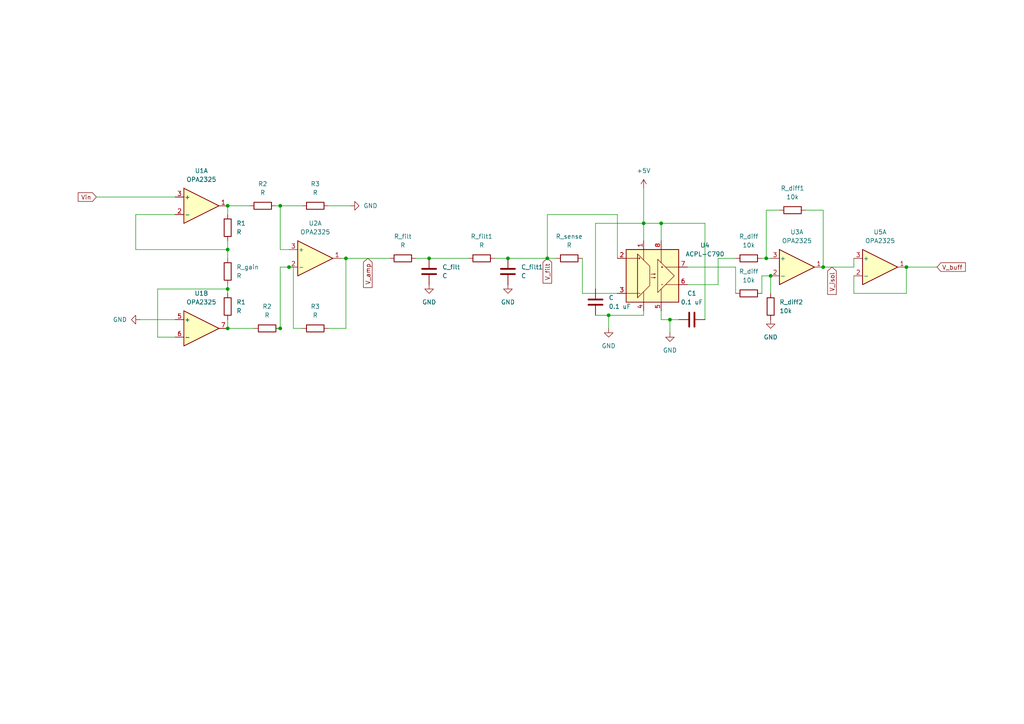
<source format=kicad_sch>
(kicad_sch (version 20231120) (generator "eeschema") (generator_version "8.0")
  (paper "A4")
  (lib_symbols
    (symbol "Amplifier_Operational:OPA2325" (pin_names (offset 0.127))
      (property "Reference" "U" (at 0 5.08 0))
      (property "Value" "OPA2325" (at -1.27 -5.08 0))
      (symbol "OPA2325_1_1"
        (polyline (pts (xy -5.08 5.08) (xy 5.08 0) (xy -5.08 -5.08) (xy -5.08 5.08)) (stroke (width 0.254)) (fill (type background)))
        (pin output line (at 7.62 0 180) (length 2.54) (name "~") (number "1"))
        (pin input line (at -7.62 -2.54 0) (length 2.54) (name "-") (number "2"))
        (pin input line (at -7.62 2.54 0) (length 2.54) (name "+") (number "3"))
      )
      (symbol "OPA2325_2_1"
        (polyline (pts (xy -5.08 5.08) (xy 5.08 0) (xy -5.08 -5.08) (xy -5.08 5.08)) (stroke (width 0.254)) (fill (type background)))
        (pin input line (at -7.62 2.54 0) (length 2.54) (name "+") (number "5"))
        (pin input line (at -7.62 -2.54 0) (length 2.54) (name "-") (number "6"))
        (pin output line (at 7.62 0 180) (length 2.54) (name "~") (number "7"))
      )
      (symbol "OPA2325_3_1"
        (pin power_in line (at -2.54 -7.62 90) (length 3.81) (name "V-") (number "4"))
        (pin power_in line (at -2.54 7.62 270) (length 3.81) (name "V+") (number "8"))
      )
    )
    (symbol "Device:C" (pin_numbers hide) (pin_names (offset 0.254))
      (property "Reference" "C" (at 0.635 2.54 0))
      (property "Value" "C" (at 0.635 -2.54 0))
      (symbol "C_0_1"
        (polyline (pts (xy -2.032 -0.762) (xy 2.032 -0.762)) (stroke (width 0.508)))
        (polyline (pts (xy -2.032 0.762) (xy 2.032 0.762)) (stroke (width 0.508)))
      )
      (symbol "C_1_1"
        (pin passive line (at 0 3.81 270) (length 2.794) (name "~") (number "1"))
        (pin passive line (at 0 -3.81 90) (length 2.794) (name "~") (number "2"))
      )
    )
    (symbol "Device:R" (pin_numbers hide) (pin_names (offset 0))
      (property "Reference" "R" (at 2.032 0 90))
      (property "Value" "R" (at 0 0 90))
      (symbol "R_0_1"
        (rectangle (start -1.016 -2.54) (end 1.016 2.54) (stroke (width 0.254)))
      )
      (symbol "R_1_1"
        (pin passive line (at 0 3.81 270) (length 1.27) (name "~") (number "1"))
        (pin passive line (at 0 -3.81 90) (length 1.27) (name "~") (number "2"))
      )
    )
    (symbol "Isolator_Analog:ACPL-C790" (pin_names (offset 0) hide)
      (property "Reference" "U" (at -5.08 10.795 0))
      (property "Value" "ACPL-C790" (at -5.08 8.89 0))
      (symbol "ACPL-C790_0_1"
        (rectangle (start -7.62 7.62) (end 7.62 -7.62) (stroke (width 0.254)) (fill (type background)))
        (polyline (pts (xy -7.62 -5.08) (xy -4.318 -5.08)))
        (polyline (pts (xy -7.62 5.08) (xy -4.318 5.08)))
        (polyline (pts (xy -4.318 6.35) (xy -4.318 -6.35)))
        (polyline (pts (xy -4.064 -5.08) (xy -3.556 -5.08)))
        (polyline (pts (xy -4.064 5.08) (xy -3.556 5.08)))
        (polyline (pts (xy -3.81 5.334) (xy -3.81 4.826)))
        (polyline (pts (xy -2.54 -7.62) (xy -2.54 -4.572)))
        (polyline (pts (xy -2.54 7.62) (xy -2.54 4.572)))
        (polyline (pts (xy 2.54 -7.62) (xy 2.54 -3.81)))
        (polyline (pts (xy 2.54 7.62) (xy 2.54 3.81)))
        (polyline (pts (xy 2.794 2.794) (xy 2.794 2.286)))
        (polyline (pts (xy 3.048 -2.54) (xy 2.54 -2.54)))
        (polyline (pts (xy 3.048 2.54) (xy 2.54 2.54)))
        (polyline (pts (xy 7.62 -2.54) (xy 3.81 -2.54)))
        (polyline (pts (xy 7.62 2.54) (xy 3.81 2.54)))
        (polyline (pts (xy 6.35 0) (xy 1.524 -4.826) (xy 1.524 4.826) (xy 6.35 0)))
        (polyline (pts (xy -4.318 -6.35) (xy -0.762 -2.794) (xy -0.762 2.794) (xy -4.318 6.35) (xy -4.318 -6.35)))
        (polyline (pts (xy -0.381 -0.508) (xy 0.889 -0.508) (xy 0.508 -0.635) (xy 0.508 -0.381) (xy 0.889 -0.508)))
        (polyline (pts (xy -0.381 0.508) (xy 0.889 0.508) (xy 0.508 0.381) (xy 0.508 0.635) (xy 0.889 0.508)))
      )
      (symbol "ACPL-C790_1_1"
        (pin power_in line (at -2.54 10.16 270) (length 2.54) (name "VDD1") (number "1"))
        (pin input line (at -10.16 5.08 0) (length 2.54) (name "IN+") (number "2"))
        (pin input line (at -10.16 -5.08 0) (length 2.54) (name "IN-") (number "3"))
        (pin power_in line (at -2.54 -10.16 90) (length 2.54) (name "GND1") (number "4"))
        (pin power_in line (at 2.54 -10.16 90) (length 2.54) (name "GND2") (number "5"))
        (pin output line (at 10.16 -2.54 180) (length 2.54) (name "OUT-") (number "6"))
        (pin output line (at 10.16 2.54 180) (length 2.54) (name "OUT+") (number "7"))
        (pin power_in line (at 2.54 10.16 270) (length 2.54) (name "VDD2") (number "8"))
      )
    )
    (symbol "power:+5V" (power) (pin_numbers hide) (pin_names (offset 0) hide)
      (property "Value" "+5V" (at 0 3.556 0))
      (symbol "+5V_0_1"
        (polyline (pts (xy -0.762 1.27) (xy 0 2.54)))
        (polyline (pts (xy 0 0) (xy 0 2.54)))
        (polyline (pts (xy 0 2.54) (xy 0.762 1.27)))
      )
      (symbol "+5V_1_1"
        (pin power_in line (at 0 0 90) (length 0) (name "~") (number "1"))
      )
    )
    (symbol "power:GND" (power) (pin_numbers hide) (pin_names (offset 0) hide)
      (property "Value" "GND" (at 0 -3.81 0))
      (symbol "GND_0_1"
        (polyline (pts (xy 0 0) (xy 0 -1.27) (xy 1.27 -1.27) (xy 0 -2.54) (xy -1.27 -1.27) (xy 0 -1.27)))
      )
      (symbol "GND_1_1"
        (pin power_in line (at 0 0 270) (length 0) (name "~") (number "1"))
      )
    )
  )
  (junction (at 66.04 83.82))
  (junction (at 158.75 74.93))
  (junction (at 223.52 80.01))
  (junction (at 176.53 91.44))
  (junction (at 81.28 95.25))
  (junction (at 262.89 77.47))
  (junction (at 238.76 77.47))
  (junction (at 194.31 92.71))
  (junction (at 66.04 95.25))
  (junction (at 66.04 59.69))
  (junction (at 83.82 77.47))
  (junction (at 124.46 74.93))
  (junction (at 186.69 64.77))
  (junction (at 81.28 59.69))
  (junction (at 147.32 74.93))
  (junction (at 66.04 72.39))
  (junction (at 191.77 64.77))
  (junction (at 222.25 74.93))
  (junction (at 100.33 74.93))
  (wire (pts (xy 158.75 74.93) (xy 161.29 74.93)))
  (wire (pts (xy 186.69 64.77) (xy 172.72 64.77)))
  (wire (pts (xy 81.28 77.47) (xy 83.82 77.47)))
  (wire (pts (xy 247.65 85.09) (xy 262.89 85.09)))
  (wire (pts (xy 247.65 77.47) (xy 247.65 74.93)))
  (wire (pts (xy 85.09 95.25) (xy 87.63 95.25)))
  (wire (pts (xy 179.07 62.23) (xy 179.07 74.93)))
  (wire (pts (xy 158.75 74.93) (xy 158.75 62.23)))
  (wire (pts (xy 238.76 60.96) (xy 238.76 77.47)))
  (wire (pts (xy 223.52 80.01) (xy 223.52 85.09)))
  (wire (pts (xy 83.82 77.47) (xy 85.09 77.47)))
  (wire (pts (xy 208.28 82.55) (xy 208.28 74.93)))
  (wire (pts (xy 100.33 74.93) (xy 113.03 74.93)))
  (wire (pts (xy 95.25 59.69) (xy 101.6 59.69)))
  (wire (pts (xy 85.09 77.47) (xy 85.09 95.25)))
  (wire (pts (xy 191.77 90.17) (xy 191.77 92.71)))
  (wire (pts (xy 158.75 62.23) (xy 179.07 62.23)))
  (wire (pts (xy 99.06 74.93) (xy 100.33 74.93)))
  (wire (pts (xy 199.39 82.55) (xy 208.28 82.55)))
  (wire (pts (xy 81.28 59.69) (xy 87.63 59.69)))
  (wire (pts (xy 66.04 62.23) (xy 66.04 59.69)))
  (wire (pts (xy 45.72 97.79) (xy 45.72 83.82)))
  (wire (pts (xy 80.01 95.25) (xy 81.28 95.25)))
  (wire (pts (xy 222.25 60.96) (xy 226.06 60.96)))
  (wire (pts (xy 196.85 92.71) (xy 194.31 92.71)))
  (wire (pts (xy 247.65 80.01) (xy 247.65 85.09)))
  (wire (pts (xy 222.25 74.93) (xy 222.25 60.96)))
  (wire (pts (xy 213.36 77.47) (xy 213.36 85.09)))
  (wire (pts (xy 66.04 95.25) (xy 73.66 95.25)))
  (wire (pts (xy 39.37 72.39) (xy 66.04 72.39)))
  (wire (pts (xy 66.04 82.55) (xy 66.04 83.82)))
  (wire (pts (xy 66.04 92.71) (xy 66.04 95.25)))
  (wire (pts (xy 168.91 85.09) (xy 179.07 85.09)))
  (wire (pts (xy 147.32 74.93) (xy 158.75 74.93)))
  (wire (pts (xy 66.04 83.82) (xy 66.04 85.09)))
  (wire (pts (xy 66.04 59.69) (xy 72.39 59.69)))
  (wire (pts (xy 199.39 77.47) (xy 213.36 77.47)))
  (wire (pts (xy 262.89 77.47) (xy 271.78 77.47)))
  (wire (pts (xy 80.01 59.69) (xy 81.28 59.69)))
  (wire (pts (xy 100.33 74.93) (xy 100.33 95.25)))
  (wire (pts (xy 194.31 92.71) (xy 194.31 96.52)))
  (wire (pts (xy 176.53 91.44) (xy 176.53 95.25)))
  (wire (pts (xy 40.64 92.71) (xy 50.8 92.71)))
  (wire (pts (xy 66.04 72.39) (xy 66.04 74.93)))
  (wire (pts (xy 223.52 80.01) (xy 220.98 80.01)))
  (wire (pts (xy 81.28 59.69) (xy 81.28 72.39)))
  (wire (pts (xy 143.51 74.93) (xy 147.32 74.93)))
  (wire (pts (xy 27.94 57.15) (xy 50.8 57.15)))
  (wire (pts (xy 50.8 97.79) (xy 45.72 97.79)))
  (wire (pts (xy 186.69 64.77) (xy 186.69 69.85)))
  (wire (pts (xy 172.72 91.44) (xy 176.53 91.44)))
  (wire (pts (xy 208.28 74.93) (xy 213.36 74.93)))
  (wire (pts (xy 233.68 60.96) (xy 238.76 60.96)))
  (wire (pts (xy 120.65 74.93) (xy 124.46 74.93)))
  (wire (pts (xy 39.37 62.23) (xy 39.37 72.39)))
  (wire (pts (xy 172.72 64.77) (xy 172.72 83.82)))
  (wire (pts (xy 124.46 74.93) (xy 135.89 74.93)))
  (wire (pts (xy 191.77 64.77) (xy 204.47 64.77)))
  (wire (pts (xy 220.98 74.93) (xy 222.25 74.93)))
  (wire (pts (xy 81.28 72.39) (xy 83.82 72.39)))
  (wire (pts (xy 50.8 62.23) (xy 39.37 62.23)))
  (wire (pts (xy 194.31 92.71) (xy 191.77 92.71)))
  (wire (pts (xy 204.47 64.77) (xy 204.47 92.71)))
  (wire (pts (xy 186.69 54.61) (xy 186.69 64.77)))
  (wire (pts (xy 66.04 69.85) (xy 66.04 72.39)))
  (wire (pts (xy 168.91 74.93) (xy 168.91 85.09)))
  (wire (pts (xy 222.25 74.93) (xy 223.52 74.93)))
  (wire (pts (xy 81.28 95.25) (xy 81.28 77.47)))
  (wire (pts (xy 262.89 85.09) (xy 262.89 77.47)))
  (wire (pts (xy 186.69 64.77) (xy 191.77 64.77)))
  (wire (pts (xy 238.76 77.47) (xy 247.65 77.47)))
  (wire (pts (xy 191.77 64.77) (xy 191.77 69.85)))
  (wire (pts (xy 186.69 91.44) (xy 186.69 90.17)))
  (wire (pts (xy 176.53 91.44) (xy 186.69 91.44)))
  (wire (pts (xy 220.98 80.01) (xy 220.98 85.09)))
  (wire (pts (xy 45.72 83.82) (xy 66.04 83.82)))
  (wire (pts (xy 95.25 95.25) (xy 100.33 95.25)))
  (global_label "Vin" (shape input) (at 27.94 57.15 180) (property "Intersheetrefs" "${INTERSHEET_REFS}" (effects (hide yes))))
  (global_label "V_isol" (shape input) (at 241.3 77.47 270) (property "Intersheetrefs" "${INTERSHEET_REFS}" (effects (hide yes))))
  (global_label "V_amp" (shape input) (at 106.68 74.93 270) (property "Intersheetrefs" "${INTERSHEET_REFS}" (effects (hide yes))))
  (global_label "V_buff" (shape input) (at 271.78 77.47 0) (property "Intersheetrefs" "${INTERSHEET_REFS}" (effects (hide yes))))
  (global_label "V_filt" (shape input) (at 158.75 74.93 270) (property "Intersheetrefs" "${INTERSHEET_REFS}" (effects (hide yes))))
  (symbol (lib_id "Amplifier_Operational:OPA2325") (at 91.44 74.93 0) (unit 1)
    (property "Reference" "U2" (at 91.44 64.77 0))
    (property "Value" "OPA2325" (at 91.44 67.31 0))
    (property "Footprint" "Package_SO:SOIC-8_3.9x4.9mm_P1.27mm" (effects (hide yes)))
    (property "Datasheet" "http://www.ti.com/lit/ds/symlink/opa2325.pdf" (effects (hide yes)))
    (property "Description" "Precision, 10-MHz, Low-Noise, Low-Power, RRIO, CMOS Operational Amplifier, SOIC-8" (effects (hide yes)))
  )
  (symbol (lib_id "Device:R") (at 91.44 59.69 90) (unit 1)
    (property "Reference" "R3" (at 91.44 53.34 90))
    (property "Value" "R" (at 91.44 55.88 90))
    (property "Description" "Resistor" (effects (hide yes)))
  )
  (symbol (lib_id "power:GND") (at 176.53 95.25 0) (unit 1)
    (property "Reference" "#PWR05" (effects (hide yes)))
    (property "Value" "GND" (at 176.53 100.33 0))
    (property "Description" "Power symbol creates a global label with name \"GND\" , ground" (effects (hide yes)))
  )
  (symbol (lib_id "Device:C") (at 147.32 78.74 0) (unit 1)
    (property "Reference" "C_filt1" (at 151.13 77.4699 0) (effects (justify left)))
    (property "Value" "C" (at 151.13 80.0099 0) (effects (justify left)))
    (property "Description" "Unpolarized capacitor" (effects (hide yes)))
  )
  (symbol (lib_id "Device:C") (at 200.66 92.71 90) (unit 1)
    (property "Reference" "C1" (at 200.66 85.09 90))
    (property "Value" "0.1 uF" (at 200.66 87.63 90))
    (property "Description" "Unpolarized capacitor" (effects (hide yes)))
  )
  (symbol (lib_id "Device:R") (at 76.2 59.69 90) (unit 1)
    (property "Reference" "R2" (at 76.2 53.34 90))
    (property "Value" "R" (at 76.2 55.88 90))
    (property "Description" "Resistor" (effects (hide yes)))
  )
  (symbol (lib_id "power:GND") (at 124.46 82.55 0) (unit 1)
    (property "Reference" "#PWR03" (effects (hide yes)))
    (property "Value" "GND" (at 124.46 87.63 0))
    (property "Description" "Power symbol creates a global label with name \"GND\" , ground" (effects (hide yes)))
  )
  (symbol (lib_id "Amplifier_Operational:OPA2325") (at 231.14 77.47 0) (unit 1)
    (property "Reference" "U3" (at 231.14 67.31 0))
    (property "Value" "OPA2325" (at 231.14 69.85 0))
    (property "Footprint" "Package_SO:SOIC-8_3.9x4.9mm_P1.27mm" (effects (hide yes)))
    (property "Datasheet" "http://www.ti.com/lit/ds/symlink/opa2325.pdf" (effects (hide yes)))
    (property "Description" "Precision, 10-MHz, Low-Noise, Low-Power, RRIO, CMOS Operational Amplifier, SOIC-8" (effects (hide yes)))
  )
  (symbol (lib_id "Device:R") (at 91.44 95.25 90) (unit 1)
    (property "Reference" "R3" (at 91.44 88.9 90))
    (property "Value" "R" (at 91.44 91.44 90))
    (property "Description" "Resistor" (effects (hide yes)))
  )
  (symbol (lib_id "Device:R") (at 229.87 60.96 270) (unit 1)
    (property "Reference" "R_diff1" (at 229.87 54.61 90))
    (property "Value" "10k" (at 229.87 57.15 90))
    (property "Description" "Resistor" (effects (hide yes)))
  )
  (symbol (lib_id "Device:R") (at 139.7 74.93 90) (unit 1)
    (property "Reference" "R_filt1" (at 139.7 68.58 90))
    (property "Value" "R" (at 139.7 71.12 90))
    (property "Description" "Resistor" (effects (hide yes)))
  )
  (symbol (lib_id "power:GND") (at 101.6 59.69 90) (unit 1)
    (property "Reference" "#PWR02" (effects (hide yes)))
    (property "Value" "GND" (at 105.41 59.6899 90) (effects (justify right)))
    (property "Description" "Power symbol creates a global label with name \"GND\" , ground" (effects (hide yes)))
  )
  (symbol (lib_id "Device:C") (at 172.72 87.63 0) (unit 1)
    (property "Reference" "C" (at 176.53 86.3599 0) (effects (justify left)))
    (property "Value" "0.1 uF" (at 176.53 88.8999 0) (effects (justify left)))
    (property "Description" "Unpolarized capacitor" (effects (hide yes)))
  )
  (symbol (lib_id "power:+5V") (at 186.69 54.61 0) (unit 1)
    (property "Reference" "#PWR06" (effects (hide yes)))
    (property "Value" "+5V" (at 186.69 49.53 0))
    (property "Description" "Power symbol creates a global label with name \"+5V\"" (effects (hide yes)))
  )
  (symbol (lib_id "power:GND") (at 147.32 82.55 0) (unit 1)
    (property "Reference" "#PWR04" (effects (hide yes)))
    (property "Value" "GND" (at 147.32 87.63 0))
    (property "Description" "Power symbol creates a global label with name \"GND\" , ground" (effects (hide yes)))
  )
  (symbol (lib_id "power:GND") (at 40.64 92.71 270) (unit 1)
    (property "Reference" "#PWR01" (effects (hide yes)))
    (property "Value" "GND" (at 36.83 92.7099 90) (effects (justify right)))
    (property "Description" "Power symbol creates a global label with name \"GND\" , ground" (effects (hide yes)))
  )
  (symbol (lib_id "Isolator_Analog:ACPL-C790") (at 189.23 80.01 0) (unit 1)
    (property "Reference" "U4" (at 204.47 71.1514 0))
    (property "Value" "ACPL-C790" (at 204.47 73.6914 0))
    (property "Footprint" "Package_SO:SSO-8_6.8x5.9mm_P1.27mm_Clearance8mm" (effects (hide yes)))
    (property "Datasheet" "http://docs.avagotech.com/docs/AV02-2460EN" (effects (hide yes)))
    (property "Description" "Precision Isolation Amplifer, ±3% Gain Tolerance, Bandwidth 200kHz, SSO-8" (effects (hide yes)))
  )
  (symbol (lib_id "Amplifier_Operational:OPA2325") (at 58.42 59.69 0) (unit 1)
    (property "Reference" "U1" (at 58.42 49.53 0))
    (property "Value" "OPA2325" (at 58.42 52.07 0))
    (property "Footprint" "Package_SO:SOIC-8_3.9x4.9mm_P1.27mm" (effects (hide yes)))
    (property "Datasheet" "http://www.ti.com/lit/ds/symlink/opa2325.pdf" (effects (hide yes)))
    (property "Description" "Precision, 10-MHz, Low-Noise, Low-Power, RRIO, CMOS Operational Amplifier, SOIC-8" (effects (hide yes)))
  )
  (symbol (lib_id "Device:R") (at 66.04 88.9 0) (unit 1)
    (property "Reference" "R1" (at 68.58 87.6299 0) (effects (justify left)))
    (property "Value" "R" (at 68.58 90.1699 0) (effects (justify left)))
    (property "Description" "Resistor" (effects (hide yes)))
  )
  (symbol (lib_id "power:GND") (at 194.31 96.52 0) (unit 1)
    (property "Reference" "#PWR07" (effects (hide yes)))
    (property "Value" "GND" (at 194.31 101.6 0))
    (property "Description" "Power symbol creates a global label with name \"GND\" , ground" (effects (hide yes)))
  )
  (symbol (lib_id "Device:R") (at 217.17 85.09 270) (unit 1)
    (property "Reference" "R_diff" (at 217.17 78.74 90))
    (property "Value" "10k" (at 217.17 81.28 90))
    (property "Description" "Resistor" (effects (hide yes)))
  )
  (symbol (lib_id "Device:R") (at 223.52 88.9 0) (unit 1)
    (property "Reference" "R_diff2" (at 226.06 87.6299 0) (effects (justify left)))
    (property "Value" "10k" (at 226.06 90.1699 0) (effects (justify left)))
    (property "Description" "Resistor" (effects (hide yes)))
  )
  (symbol (lib_id "Device:R") (at 217.17 74.93 270) (unit 1)
    (property "Reference" "R_diff" (at 217.17 68.58 90))
    (property "Value" "10k" (at 217.17 71.12 90))
    (property "Description" "Resistor" (effects (hide yes)))
  )
  (symbol (lib_id "power:GND") (at 223.52 92.71 0) (unit 1)
    (property "Reference" "#PWR08" (effects (hide yes)))
    (property "Value" "GND" (at 223.52 97.79 0))
    (property "Description" "Power symbol creates a global label with name \"GND\" , ground" (effects (hide yes)))
  )
  (symbol (lib_id "Amplifier_Operational:OPA2325") (at 58.42 95.25 0) (unit 2)
    (property "Reference" "U1" (at 58.42 85.09 0))
    (property "Value" "OPA2325" (at 58.42 87.63 0))
    (property "Footprint" "Package_SO:SOIC-8_3.9x4.9mm_P1.27mm" (effects (hide yes)))
    (property "Datasheet" "http://www.ti.com/lit/ds/symlink/opa2325.pdf" (effects (hide yes)))
    (property "Description" "Precision, 10-MHz, Low-Noise, Low-Power, RRIO, CMOS Operational Amplifier, SOIC-8" (effects (hide yes)))
  )
  (symbol (lib_id "Device:R") (at 66.04 78.74 0) (unit 1)
    (property "Reference" "R_gain" (at 68.58 77.4699 0) (effects (justify left)))
    (property "Value" "R" (at 68.58 80.0099 0) (effects (justify left)))
    (property "Description" "Resistor" (effects (hide yes)))
  )
  (symbol (lib_id "Device:R") (at 165.1 74.93 270) (unit 1)
    (property "Reference" "R_sense" (at 165.1 68.58 90))
    (property "Value" "R" (at 165.1 71.12 90))
    (property "Description" "Resistor" (effects (hide yes)))
  )
  (symbol (lib_id "Device:C") (at 124.46 78.74 0) (unit 1)
    (property "Reference" "C_filt" (at 128.27 77.4699 0) (effects (justify left)))
    (property "Value" "C" (at 128.27 80.0099 0) (effects (justify left)))
    (property "Description" "Unpolarized capacitor" (effects (hide yes)))
  )
  (symbol (lib_id "Device:R") (at 77.47 95.25 90) (unit 1)
    (property "Reference" "R2" (at 77.47 88.9 90))
    (property "Value" "R" (at 77.47 91.44 90))
    (property "Description" "Resistor" (effects (hide yes)))
  )
  (symbol (lib_id "Device:R") (at 116.84 74.93 90) (unit 1)
    (property "Reference" "R_filt" (at 116.84 68.58 90))
    (property "Value" "R" (at 116.84 71.12 90))
    (property "Description" "Resistor" (effects (hide yes)))
  )
  (symbol (lib_id "Device:R") (at 66.04 66.04 0) (unit 1)
    (property "Reference" "R1" (at 68.58 64.7699 0) (effects (justify left)))
    (property "Value" "R" (at 68.58 67.3099 0) (effects (justify left)))
    (property "Description" "Resistor" (effects (hide yes)))
  )
  (symbol (lib_id "Amplifier_Operational:OPA2325") (at 255.27 77.47 0) (unit 1)
    (property "Reference" "U5" (at 255.27 67.31 0))
    (property "Value" "OPA2325" (at 255.27 69.85 0))
    (property "Footprint" "Package_SO:SOIC-8_3.9x4.9mm_P1.27mm" (effects (hide yes)))
    (property "Datasheet" "http://www.ti.com/lit/ds/symlink/opa2325.pdf" (effects (hide yes)))
    (property "Description" "Precision, 10-MHz, Low-Noise, Low-Power, RRIO, CMOS Operational Amplifier, SOIC-8" (effects (hide yes)))
  )
)
</source>
